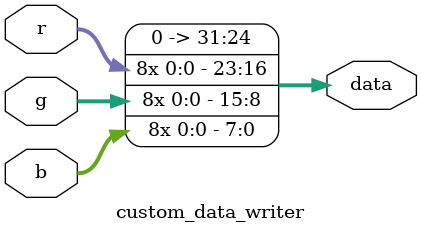
<source format=sv>
module custom_data_writer 
(	
	input logic  r,
	input logic  g,
	input logic  b, 
	output logic [31:0] data
);
assign data = {
				8'h00,
				r, r, r, r, r, r, r, r,
				g, g, g, g, g, g, g, g, 
				b, b, b, b, b, b, b, b
				};
endmodule



</source>
